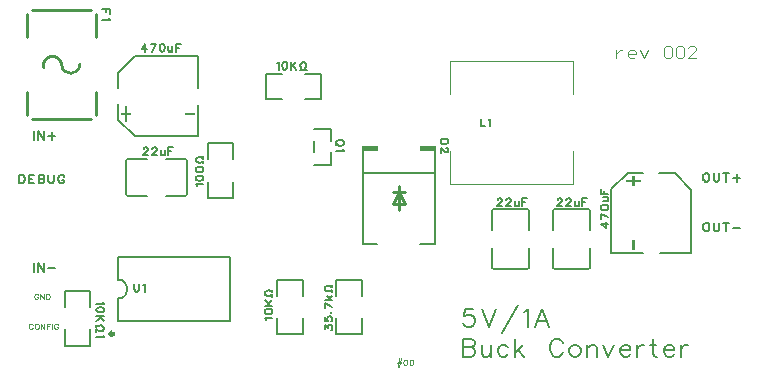
<source format=gto>
G04 Layer: TopSilkscreenLayer*
G04 EasyEDA Pro v2.2.45.4, 2025-12-20 17:50:56*
G04 Gerber Generator version 0.3*
G04 Scale: 100 percent, Rotated: No, Reflected: No*
G04 Dimensions in millimeters*
G04 Leading zeros omitted, absolute positions, 4 integers and 5 decimals*
G04 Generated by one-click*
%FSLAX45Y45*%
%MOMM*%
%ADD10C,0.2032*%
%ADD11C,0.1016*%
%ADD12C,0.0762*%
%ADD13C,0.1524*%
%ADD14C,0.11999*%
%ADD15C,0.254*%
%ADD16C,0.3040*%
%ADD17C,0.3*%
G75*


G04 Text Start*
G54D10*
G01X1300226Y-849122D02*
G01X1293622Y-852424D01*
G01X1286764Y-859028D01*
G01X1283462Y-865632D01*
G01X1280160Y-875792D01*
G01X1280160Y-892302D01*
G01X1283462Y-902462D01*
G01X1286764Y-909066D01*
G01X1293622Y-915670D01*
G01X1300226Y-918972D01*
G01X1313434Y-918972D01*
G01X1320292Y-915670D01*
G01X1326896Y-909066D01*
G01X1330198Y-902462D01*
G01X1333500Y-892302D01*
G01X1333500Y-875792D01*
G01X1330198Y-865632D01*
G01X1326896Y-859028D01*
G01X1320292Y-852424D01*
G01X1313434Y-849122D01*
G01X1300226Y-849122D01*
G01X1369822Y-849122D02*
G01X1369822Y-898906D01*
G01X1373124Y-909066D01*
G01X1379728Y-915670D01*
G01X1389888Y-918972D01*
G01X1396492Y-918972D01*
G01X1406398Y-915670D01*
G01X1413256Y-909066D01*
G01X1416558Y-898906D01*
G01X1416558Y-849122D01*
G01X1476248Y-849122D02*
G01X1476248Y-918972D01*
G01X1452880Y-849122D02*
G01X1499616Y-849122D01*
G01X1565910Y-859028D02*
G01X1565910Y-918972D01*
G01X1535938Y-889000D02*
G01X1595882Y-889000D01*
G01X1300226Y-1268222D02*
G01X1293622Y-1271524D01*
G01X1286764Y-1278128D01*
G01X1283462Y-1284732D01*
G01X1280160Y-1294892D01*
G01X1280160Y-1311402D01*
G01X1283462Y-1321562D01*
G01X1286764Y-1328166D01*
G01X1293622Y-1334770D01*
G01X1300226Y-1338072D01*
G01X1313434Y-1338072D01*
G01X1320292Y-1334770D01*
G01X1326896Y-1328166D01*
G01X1330198Y-1321562D01*
G01X1333500Y-1311402D01*
G01X1333500Y-1294892D01*
G01X1330198Y-1284732D01*
G01X1326896Y-1278128D01*
G01X1320292Y-1271524D01*
G01X1313434Y-1268222D01*
G01X1300226Y-1268222D01*
G01X1369822Y-1268222D02*
G01X1369822Y-1318006D01*
G01X1373124Y-1328166D01*
G01X1379728Y-1334770D01*
G01X1389888Y-1338072D01*
G01X1396492Y-1338072D01*
G01X1406398Y-1334770D01*
G01X1413256Y-1328166D01*
G01X1416558Y-1318006D01*
G01X1416558Y-1268222D01*
G01X1476248Y-1268222D02*
G01X1476248Y-1338072D01*
G01X1452880Y-1268222D02*
G01X1499616Y-1268222D01*
G01X1535938Y-1308100D02*
G01X1595882Y-1308100D01*
G01X-664210Y-1995170D02*
G01X-737108Y-1995170D01*
G01X-744474Y-2060956D01*
G01X-737108Y-2053590D01*
G01X-715264Y-2046224D01*
G01X-693420Y-2046224D01*
G01X-671576Y-2053590D01*
G01X-656844Y-2068322D01*
G01X-649478Y-2090166D01*
G01X-649478Y-2104644D01*
G01X-656844Y-2126742D01*
G01X-671576Y-2141220D01*
G01X-693420Y-2148586D01*
G01X-715264Y-2148586D01*
G01X-737108Y-2141220D01*
G01X-744474Y-2133854D01*
G01X-751840Y-2119376D01*
G01X-594106Y-1995170D02*
G01X-535686Y-2148586D01*
G01X-477266Y-1995170D02*
G01X-535686Y-2148586D01*
G01X-290322Y-1965960D02*
G01X-421894Y-2199640D01*
G01X-234950Y-2024380D02*
G01X-220218Y-2017014D01*
G01X-198374Y-1995170D01*
G01X-198374Y-2148586D01*
G01X-84582Y-1995170D02*
G01X-143002Y-2148586D01*
G01X-84582Y-1995170D02*
G01X-26162Y-2148586D01*
G01X-121158Y-2097532D02*
G01X-48006Y-2097532D01*
G01X-751840Y-2249170D02*
G01X-751840Y-2402586D01*
G01X-751840Y-2249170D02*
G01X-686054Y-2249170D01*
G01X-664210Y-2256536D01*
G01X-656844Y-2263902D01*
G01X-649478Y-2278380D01*
G01X-649478Y-2293112D01*
G01X-656844Y-2307590D01*
G01X-664210Y-2314956D01*
G01X-686054Y-2322322D01*
G01X-751840Y-2322322D02*
G01X-686054Y-2322322D01*
G01X-664210Y-2329434D01*
G01X-656844Y-2336800D01*
G01X-649478Y-2351532D01*
G01X-649478Y-2373376D01*
G01X-656844Y-2387854D01*
G01X-664210Y-2395220D01*
G01X-686054Y-2402586D01*
G01X-751840Y-2402586D01*
G01X-594106Y-2300224D02*
G01X-594106Y-2373376D01*
G01X-586740Y-2395220D01*
G01X-572262Y-2402586D01*
G01X-550164Y-2402586D01*
G01X-535686Y-2395220D01*
G01X-513842Y-2373376D01*
G01X-513842Y-2300224D02*
G01X-513842Y-2402586D01*
G01X-370840Y-2322322D02*
G01X-385318Y-2307590D01*
G01X-400050Y-2300224D01*
G01X-421894Y-2300224D01*
G01X-436626Y-2307590D01*
G01X-451104Y-2322322D01*
G01X-458470Y-2344166D01*
G01X-458470Y-2358644D01*
G01X-451104Y-2380742D01*
G01X-436626Y-2395220D01*
G01X-421894Y-2402586D01*
G01X-400050Y-2402586D01*
G01X-385318Y-2395220D01*
G01X-370840Y-2380742D01*
G01X-315468Y-2249170D02*
G01X-315468Y-2402586D01*
G01X-242316Y-2300224D02*
G01X-315468Y-2373376D01*
G01X-286258Y-2344166D02*
G01X-235204Y-2402586D01*
G01X93218Y-2285746D02*
G01X86106Y-2271014D01*
G01X71374Y-2256536D01*
G01X56896Y-2249170D01*
G01X27686Y-2249170D01*
G01X12954Y-2256536D01*
G01X-1524Y-2271014D01*
G01X-8890Y-2285746D01*
G01X-16256Y-2307590D01*
G01X-16256Y-2344166D01*
G01X-8890Y-2366010D01*
G01X-1524Y-2380742D01*
G01X12954Y-2395220D01*
G01X27686Y-2402586D01*
G01X56896Y-2402586D01*
G01X71374Y-2395220D01*
G01X86106Y-2380742D01*
G01X93218Y-2366010D01*
G01X185166Y-2300224D02*
G01X170434Y-2307590D01*
G01X155956Y-2322322D01*
G01X148590Y-2344166D01*
G01X148590Y-2358644D01*
G01X155956Y-2380742D01*
G01X170434Y-2395220D01*
G01X185166Y-2402586D01*
G01X207010Y-2402586D01*
G01X221742Y-2395220D01*
G01X236220Y-2380742D01*
G01X243586Y-2358644D01*
G01X243586Y-2344166D01*
G01X236220Y-2322322D01*
G01X221742Y-2307590D01*
G01X207010Y-2300224D01*
G01X185166Y-2300224D01*
G01X298958Y-2300224D02*
G01X298958Y-2402586D01*
G01X298958Y-2329434D02*
G01X320802Y-2307590D01*
G01X335534Y-2300224D01*
G01X357378Y-2300224D01*
G01X372110Y-2307590D01*
G01X379222Y-2329434D01*
G01X379222Y-2402586D01*
G01X434594Y-2300224D02*
G01X478536Y-2402586D01*
G01X522224Y-2300224D02*
G01X478536Y-2402586D01*
G01X577596Y-2344166D02*
G01X665226Y-2344166D01*
G01X665226Y-2329434D01*
G01X657860Y-2314956D01*
G01X650748Y-2307590D01*
G01X636016Y-2300224D01*
G01X614172Y-2300224D01*
G01X599440Y-2307590D01*
G01X584962Y-2322322D01*
G01X577596Y-2344166D01*
G01X577596Y-2358644D01*
G01X584962Y-2380742D01*
G01X599440Y-2395220D01*
G01X614172Y-2402586D01*
G01X636016Y-2402586D01*
G01X650748Y-2395220D01*
G01X665226Y-2380742D01*
G01X720598Y-2300224D02*
G01X720598Y-2402586D01*
G01X720598Y-2344166D02*
G01X727964Y-2322322D01*
G01X742442Y-2307590D01*
G01X757174Y-2300224D01*
G01X779018Y-2300224D01*
G01X856234Y-2249170D02*
G01X856234Y-2373376D01*
G01X863600Y-2395220D01*
G01X878332Y-2402586D01*
G01X892810Y-2402586D01*
G01X834390Y-2300224D02*
G01X885444Y-2300224D01*
G01X948182Y-2344166D02*
G01X1035812Y-2344166D01*
G01X1035812Y-2329434D01*
G01X1028446Y-2314956D01*
G01X1021334Y-2307590D01*
G01X1006602Y-2300224D01*
G01X984758Y-2300224D01*
G01X970026Y-2307590D01*
G01X955548Y-2322322D01*
G01X948182Y-2344166D01*
G01X948182Y-2358644D01*
G01X955548Y-2380742D01*
G01X970026Y-2395220D01*
G01X984758Y-2402586D01*
G01X1006602Y-2402586D01*
G01X1021334Y-2395220D01*
G01X1035812Y-2380742D01*
G01X1091184Y-2300224D02*
G01X1091184Y-2402586D01*
G01X1091184Y-2344166D02*
G01X1098550Y-2322322D01*
G01X1113028Y-2307590D01*
G01X1127760Y-2300224D01*
G01X1149604Y-2300224D01*
G01X-4384040Y-493522D02*
G01X-4384040Y-563372D01*
G01X-4347718Y-493522D02*
G01X-4347718Y-563372D01*
G01X-4347718Y-493522D02*
G01X-4300982Y-563372D01*
G01X-4300982Y-493522D02*
G01X-4300982Y-563372D01*
G01X-4234688Y-503428D02*
G01X-4234688Y-563372D01*
G01X-4264660Y-533400D02*
G01X-4204716Y-533400D01*
G01X-4384040Y-1611122D02*
G01X-4384040Y-1680972D01*
G01X-4347718Y-1611122D02*
G01X-4347718Y-1680972D01*
G01X-4347718Y-1611122D02*
G01X-4300982Y-1680972D01*
G01X-4300982Y-1611122D02*
G01X-4300982Y-1680972D01*
G01X-4264660Y-1651000D02*
G01X-4204716Y-1651000D01*
G54D11*
G01X546100Y160782D02*
G01X579882Y194818D01*
G01X579882Y194818D02*
G01X596900Y194818D01*
G01X546100Y127000D02*
G01X546100Y160782D01*
G01X546100Y160782D02*
G01X546100Y194818D01*
G01X664718Y127000D02*
G01X698500Y127000D01*
G01X647700Y144018D02*
G01X664718Y127000D01*
G01X647700Y177800D02*
G01X664718Y194818D01*
G01X664718Y194818D02*
G01X698500Y194818D01*
G01X698500Y194818D02*
G01X715518Y177800D01*
G01X715518Y160782D02*
G01X715518Y177800D01*
G01X647700Y160782D02*
G01X715518Y160782D01*
G01X647700Y144018D02*
G01X647700Y160782D01*
G01X647700Y160782D02*
G01X647700Y177800D01*
G01X783336Y127000D02*
G01X749300Y194818D01*
G01X783336Y127000D02*
G01X817118Y194818D01*
G01X952500Y211582D02*
G01X969518Y228600D01*
G01X952500Y144018D02*
G01X952500Y211582D01*
G01X952500Y144018D02*
G01X969518Y127000D01*
G01X969518Y127000D02*
G01X1003300Y127000D01*
G01X1003300Y127000D02*
G01X1020318Y144018D01*
G01X1020318Y144018D02*
G01X1020318Y211582D01*
G01X1003300Y228600D02*
G01X1020318Y211582D01*
G01X969518Y228600D02*
G01X1003300Y228600D01*
G01X1054100Y211582D02*
G01X1071118Y228600D01*
G01X1054100Y144018D02*
G01X1054100Y211582D01*
G01X1054100Y144018D02*
G01X1071118Y127000D01*
G01X1071118Y127000D02*
G01X1104900Y127000D01*
G01X1104900Y127000D02*
G01X1121918Y144018D01*
G01X1121918Y144018D02*
G01X1121918Y211582D01*
G01X1104900Y228600D02*
G01X1121918Y211582D01*
G01X1071118Y228600D02*
G01X1104900Y228600D01*
G01X1155700Y127000D02*
G01X1223518Y127000D01*
G01X1155700Y127000D02*
G01X1223518Y194818D01*
G01X1223518Y194818D02*
G01X1223518Y211582D01*
G01X1206500Y228600D02*
G01X1223518Y211582D01*
G01X1172718Y228600D02*
G01X1206500Y228600D01*
G01X1155700Y211582D02*
G01X1172718Y228600D01*
G54D12*
G01X-4396232Y-2131314D02*
G01X-4398518Y-2126996D01*
G01X-4402836Y-2122678D01*
G01X-4407154Y-2120646D01*
G01X-4415536Y-2120646D01*
G01X-4419854Y-2122678D01*
G01X-4424172Y-2126996D01*
G01X-4426458Y-2131314D01*
G01X-4428490Y-2137664D01*
G01X-4428490Y-2148332D01*
G01X-4426458Y-2154936D01*
G01X-4424172Y-2159254D01*
G01X-4419854Y-2163572D01*
G01X-4415536Y-2165604D01*
G01X-4407154Y-2165604D01*
G01X-4402836Y-2163572D01*
G01X-4398518Y-2159254D01*
G01X-4396232Y-2154936D01*
G01X-4365498Y-2120646D02*
G01X-4369816Y-2122678D01*
G01X-4374134Y-2126996D01*
G01X-4376166Y-2131314D01*
G01X-4378198Y-2137664D01*
G01X-4378198Y-2148332D01*
G01X-4376166Y-2154936D01*
G01X-4374134Y-2159254D01*
G01X-4369816Y-2163572D01*
G01X-4365498Y-2165604D01*
G01X-4356862Y-2165604D01*
G01X-4352544Y-2163572D01*
G01X-4348226Y-2159254D01*
G01X-4346194Y-2154936D01*
G01X-4343908Y-2148332D01*
G01X-4343908Y-2137664D01*
G01X-4346194Y-2131314D01*
G01X-4348226Y-2126996D01*
G01X-4352544Y-2122678D01*
G01X-4356862Y-2120646D01*
G01X-4365498Y-2120646D01*
G01X-4325874Y-2120646D02*
G01X-4325874Y-2165604D01*
G01X-4325874Y-2120646D02*
G01X-4295902Y-2165604D01*
G01X-4295902Y-2120646D02*
G01X-4295902Y-2165604D01*
G01X-4277868Y-2120646D02*
G01X-4277868Y-2165604D01*
G01X-4277868Y-2120646D02*
G01X-4250182Y-2120646D01*
G01X-4277868Y-2141982D02*
G01X-4260850Y-2141982D01*
G01X-4232148Y-2120646D02*
G01X-4232148Y-2165604D01*
G01X-4182110Y-2131314D02*
G01X-4184142Y-2126996D01*
G01X-4188460Y-2122678D01*
G01X-4192778Y-2120646D01*
G01X-4201414Y-2120646D01*
G01X-4205732Y-2122678D01*
G01X-4210050Y-2126996D01*
G01X-4212082Y-2131314D01*
G01X-4214114Y-2137664D01*
G01X-4214114Y-2148332D01*
G01X-4212082Y-2154936D01*
G01X-4210050Y-2159254D01*
G01X-4205732Y-2163572D01*
G01X-4201414Y-2165604D01*
G01X-4192778Y-2165604D01*
G01X-4188460Y-2163572D01*
G01X-4184142Y-2159254D01*
G01X-4182110Y-2154936D01*
G01X-4182110Y-2148332D01*
G01X-4192778Y-2148332D02*
G01X-4182110Y-2148332D01*
G01X-4349115Y-1877314D02*
G01X-4351401Y-1872996D01*
G01X-4355719Y-1868678D01*
G01X-4360037Y-1866646D01*
G01X-4368419Y-1866646D01*
G01X-4372737Y-1868678D01*
G01X-4377055Y-1872996D01*
G01X-4379341Y-1877314D01*
G01X-4381373Y-1883664D01*
G01X-4381373Y-1894332D01*
G01X-4379341Y-1900936D01*
G01X-4377055Y-1905254D01*
G01X-4372737Y-1909572D01*
G01X-4368419Y-1911604D01*
G01X-4360037Y-1911604D01*
G01X-4355719Y-1909572D01*
G01X-4351401Y-1905254D01*
G01X-4349115Y-1900936D01*
G01X-4349115Y-1894332D01*
G01X-4360037Y-1894332D02*
G01X-4349115Y-1894332D01*
G01X-4331081Y-1866646D02*
G01X-4331081Y-1911604D01*
G01X-4331081Y-1866646D02*
G01X-4301109Y-1911604D01*
G01X-4301109Y-1866646D02*
G01X-4301109Y-1911604D01*
G01X-4283075Y-1866646D02*
G01X-4283075Y-1911604D01*
G01X-4283075Y-1866646D02*
G01X-4268089Y-1866646D01*
G01X-4261739Y-1868678D01*
G01X-4257421Y-1872996D01*
G01X-4255389Y-1877314D01*
G01X-4253103Y-1883664D01*
G01X-4253103Y-1894332D01*
G01X-4255389Y-1900936D01*
G01X-4257421Y-1905254D01*
G01X-4261739Y-1909572D01*
G01X-4268089Y-1911604D01*
G01X-4283075Y-1911604D01*
G54D10*
G01X-4509262Y-861822D02*
G01X-4509262Y-931672D01*
G01X-4509262Y-861822D02*
G01X-4485894Y-861822D01*
G01X-4475988Y-865124D01*
G01X-4469130Y-871728D01*
G01X-4465828Y-878332D01*
G01X-4462526Y-888492D01*
G01X-4462526Y-905002D01*
G01X-4465828Y-915162D01*
G01X-4469130Y-921766D01*
G01X-4475988Y-928370D01*
G01X-4485894Y-931672D01*
G01X-4509262Y-931672D01*
G01X-4426204Y-861822D02*
G01X-4426204Y-931672D01*
G01X-4426204Y-861822D02*
G01X-4382770Y-861822D01*
G01X-4426204Y-895096D02*
G01X-4399534Y-895096D01*
G01X-4426204Y-931672D02*
G01X-4382770Y-931672D01*
G01X-4346448Y-861822D02*
G01X-4346448Y-931672D01*
G01X-4346448Y-861822D02*
G01X-4316476Y-861822D01*
G01X-4306316Y-865124D01*
G01X-4303014Y-868426D01*
G01X-4299712Y-875030D01*
G01X-4299712Y-881634D01*
G01X-4303014Y-888492D01*
G01X-4306316Y-891794D01*
G01X-4316476Y-895096D01*
G01X-4346448Y-895096D02*
G01X-4316476Y-895096D01*
G01X-4306316Y-898398D01*
G01X-4303014Y-901700D01*
G01X-4299712Y-908304D01*
G01X-4299712Y-918464D01*
G01X-4303014Y-925068D01*
G01X-4306316Y-928370D01*
G01X-4316476Y-931672D01*
G01X-4346448Y-931672D01*
G01X-4263390Y-861822D02*
G01X-4263390Y-911606D01*
G01X-4260088Y-921766D01*
G01X-4253484Y-928370D01*
G01X-4243324Y-931672D01*
G01X-4236720Y-931672D01*
G01X-4226814Y-928370D01*
G01X-4219956Y-921766D01*
G01X-4216654Y-911606D01*
G01X-4216654Y-861822D01*
G01X-4130294Y-878332D02*
G01X-4133596Y-871728D01*
G01X-4140200Y-865124D01*
G01X-4147058Y-861822D01*
G01X-4160266Y-861822D01*
G01X-4166870Y-865124D01*
G01X-4173728Y-871728D01*
G01X-4177030Y-878332D01*
G01X-4180332Y-888492D01*
G01X-4180332Y-905002D01*
G01X-4177030Y-915162D01*
G01X-4173728Y-921766D01*
G01X-4166870Y-928370D01*
G01X-4160266Y-931672D01*
G01X-4147058Y-931672D01*
G01X-4140200Y-928370D01*
G01X-4133596Y-921766D01*
G01X-4130294Y-915162D01*
G01X-4130294Y-905002D01*
G01X-4147058Y-905002D02*
G01X-4130294Y-905002D01*
G54D12*
G01X-1290701Y-2416810D02*
G01X-1305941Y-2485390D01*
G01X-1278001Y-2416810D02*
G01X-1292987Y-2485390D01*
G01X-1305941Y-2444750D02*
G01X-1275715Y-2444750D01*
G01X-1307973Y-2457450D02*
G01X-1278001Y-2457450D01*
G01X-1244981Y-2425446D02*
G01X-1249299Y-2427478D01*
G01X-1253617Y-2431796D01*
G01X-1255649Y-2436114D01*
G01X-1257681Y-2442464D01*
G01X-1257681Y-2453132D01*
G01X-1255649Y-2459736D01*
G01X-1253617Y-2464054D01*
G01X-1249299Y-2468372D01*
G01X-1244981Y-2470404D01*
G01X-1236345Y-2470404D01*
G01X-1232027Y-2468372D01*
G01X-1227709Y-2464054D01*
G01X-1225677Y-2459736D01*
G01X-1223391Y-2453132D01*
G01X-1223391Y-2442464D01*
G01X-1225677Y-2436114D01*
G01X-1227709Y-2431796D01*
G01X-1232027Y-2427478D01*
G01X-1236345Y-2425446D01*
G01X-1244981Y-2425446D01*
G01X-1205357Y-2425446D02*
G01X-1205357Y-2470404D01*
G01X-1205357Y-2425446D02*
G01X-1190371Y-2425446D01*
G01X-1184021Y-2427478D01*
G01X-1179703Y-2431796D01*
G01X-1177671Y-2436114D01*
G01X-1175385Y-2442464D01*
G01X-1175385Y-2453132D01*
G01X-1177671Y-2459736D01*
G01X-1179703Y-2464054D01*
G01X-1184021Y-2468372D01*
G01X-1190371Y-2470404D01*
G01X-1205357Y-2470404D01*
G54D13*
G01X413766Y-1279398D02*
G01X456946Y-1310386D01*
G01X456946Y-1263904D01*
G01X413766Y-1279398D02*
G01X478790Y-1279398D01*
G01X413766Y-1190498D02*
G01X478790Y-1221486D01*
G01X413766Y-1233678D02*
G01X413766Y-1190498D01*
G01X413766Y-1141730D02*
G01X416814Y-1151128D01*
G01X426212Y-1157224D01*
G01X441452Y-1160272D01*
G01X450850Y-1160272D01*
G01X466344Y-1157224D01*
G01X475742Y-1151128D01*
G01X478790Y-1141730D01*
G01X478790Y-1135634D01*
G01X475742Y-1126236D01*
G01X466344Y-1120140D01*
G01X450850Y-1117092D01*
G01X441452Y-1117092D01*
G01X426212Y-1120140D01*
G01X416814Y-1126236D01*
G01X413766Y-1135634D01*
G01X413766Y-1141730D01*
G01X435356Y-1086866D02*
G01X466344Y-1086866D01*
G01X475742Y-1083818D01*
G01X478790Y-1077722D01*
G01X478790Y-1068324D01*
G01X475742Y-1062228D01*
G01X466344Y-1052830D01*
G01X435356Y-1052830D02*
G01X478790Y-1052830D01*
G01X413766Y-1022604D02*
G01X478790Y-1022604D01*
G01X413766Y-1022604D02*
G01X413766Y-982472D01*
G01X444754Y-1022604D02*
G01X444754Y-997966D01*
G01X48768Y-1076960D02*
G01X48768Y-1073912D01*
G01X51816Y-1067562D01*
G01X55118Y-1064514D01*
G01X61214Y-1061466D01*
G01X73660Y-1061466D01*
G01X79756Y-1064514D01*
G01X82804Y-1067562D01*
G01X85852Y-1073912D01*
G01X85852Y-1080008D01*
G01X82804Y-1086104D01*
G01X76708Y-1095502D01*
G01X45720Y-1126490D01*
G01X89154Y-1126490D01*
G01X122428Y-1076960D02*
G01X122428Y-1073912D01*
G01X125476Y-1067562D01*
G01X128524Y-1064514D01*
G01X134620Y-1061466D01*
G01X147066Y-1061466D01*
G01X153416Y-1064514D01*
G01X156464Y-1067562D01*
G01X159512Y-1073912D01*
G01X159512Y-1080008D01*
G01X156464Y-1086104D01*
G01X150114Y-1095502D01*
G01X119380Y-1126490D01*
G01X162560Y-1126490D01*
G01X192786Y-1083056D02*
G01X192786Y-1114044D01*
G01X195834Y-1123442D01*
G01X201930Y-1126490D01*
G01X211328Y-1126490D01*
G01X217424Y-1123442D01*
G01X226822Y-1114044D01*
G01X226822Y-1083056D02*
G01X226822Y-1126490D01*
G01X257048Y-1061466D02*
G01X257048Y-1126490D01*
G01X257048Y-1061466D02*
G01X297180Y-1061466D01*
G01X257048Y-1092454D02*
G01X281686Y-1092454D01*
G01X-459232Y-1076960D02*
G01X-459232Y-1073912D01*
G01X-456184Y-1067562D01*
G01X-452882Y-1064514D01*
G01X-446786Y-1061466D01*
G01X-434340Y-1061466D01*
G01X-428244Y-1064514D01*
G01X-425196Y-1067562D01*
G01X-422148Y-1073912D01*
G01X-422148Y-1080008D01*
G01X-425196Y-1086104D01*
G01X-431292Y-1095502D01*
G01X-462280Y-1126490D01*
G01X-418846Y-1126490D01*
G01X-385572Y-1076960D02*
G01X-385572Y-1073912D01*
G01X-382524Y-1067562D01*
G01X-379476Y-1064514D01*
G01X-373380Y-1061466D01*
G01X-360934Y-1061466D01*
G01X-354584Y-1064514D01*
G01X-351536Y-1067562D01*
G01X-348488Y-1073912D01*
G01X-348488Y-1080008D01*
G01X-351536Y-1086104D01*
G01X-357886Y-1095502D01*
G01X-388620Y-1126490D01*
G01X-345440Y-1126490D01*
G01X-315214Y-1083056D02*
G01X-315214Y-1114044D01*
G01X-312166Y-1123442D01*
G01X-306070Y-1126490D01*
G01X-296672Y-1126490D01*
G01X-290576Y-1123442D01*
G01X-281178Y-1114044D01*
G01X-281178Y-1083056D02*
G01X-281178Y-1126490D01*
G01X-250952Y-1061466D02*
G01X-250952Y-1126490D01*
G01X-250952Y-1061466D02*
G01X-210820Y-1061466D01*
G01X-250952Y-1092454D02*
G01X-226314Y-1092454D01*
G01X-3441192Y246634D02*
G01X-3472180Y203454D01*
G01X-3425698Y203454D01*
G01X-3441192Y246634D02*
G01X-3441192Y181610D01*
G01X-3352292Y246634D02*
G01X-3383280Y181610D01*
G01X-3395472Y246634D02*
G01X-3352292Y246634D01*
G01X-3303524Y246634D02*
G01X-3312922Y243586D01*
G01X-3319018Y234188D01*
G01X-3322066Y218948D01*
G01X-3322066Y209550D01*
G01X-3319018Y194056D01*
G01X-3312922Y184658D01*
G01X-3303524Y181610D01*
G01X-3297428Y181610D01*
G01X-3288030Y184658D01*
G01X-3281934Y194056D01*
G01X-3278886Y209550D01*
G01X-3278886Y218948D01*
G01X-3281934Y234188D01*
G01X-3288030Y243586D01*
G01X-3297428Y246634D01*
G01X-3303524Y246634D01*
G01X-3248660Y225044D02*
G01X-3248660Y194056D01*
G01X-3245612Y184658D01*
G01X-3239516Y181610D01*
G01X-3230118Y181610D01*
G01X-3224022Y184658D01*
G01X-3214624Y194056D01*
G01X-3214624Y225044D02*
G01X-3214624Y181610D01*
G01X-3184398Y246634D02*
G01X-3184398Y181610D01*
G01X-3184398Y246634D02*
G01X-3144266Y246634D01*
G01X-3184398Y215646D02*
G01X-3159760Y215646D01*
G01X-3456432Y-645160D02*
G01X-3456432Y-642112D01*
G01X-3453384Y-635762D01*
G01X-3450082Y-632714D01*
G01X-3443986Y-629666D01*
G01X-3431540Y-629666D01*
G01X-3425444Y-632714D01*
G01X-3422396Y-635762D01*
G01X-3419348Y-642112D01*
G01X-3419348Y-648208D01*
G01X-3422396Y-654304D01*
G01X-3428492Y-663702D01*
G01X-3459480Y-694690D01*
G01X-3416046Y-694690D01*
G01X-3382772Y-645160D02*
G01X-3382772Y-642112D01*
G01X-3379724Y-635762D01*
G01X-3376676Y-632714D01*
G01X-3370580Y-629666D01*
G01X-3358134Y-629666D01*
G01X-3351784Y-632714D01*
G01X-3348736Y-635762D01*
G01X-3345688Y-642112D01*
G01X-3345688Y-648208D01*
G01X-3348736Y-654304D01*
G01X-3355086Y-663702D01*
G01X-3385820Y-694690D01*
G01X-3342640Y-694690D01*
G01X-3312414Y-651256D02*
G01X-3312414Y-682244D01*
G01X-3309366Y-691642D01*
G01X-3303270Y-694690D01*
G01X-3293872Y-694690D01*
G01X-3287776Y-691642D01*
G01X-3278378Y-682244D01*
G01X-3278378Y-651256D02*
G01X-3278378Y-694690D01*
G01X-3248152Y-629666D02*
G01X-3248152Y-694690D01*
G01X-3248152Y-629666D02*
G01X-3208020Y-629666D01*
G01X-3248152Y-660654D02*
G01X-3223514Y-660654D01*
G01X-1759966Y-584962D02*
G01X-1763014Y-578866D01*
G01X-1769110Y-572516D01*
G01X-1775460Y-569468D01*
G01X-1784604Y-566420D01*
G01X-1800098Y-566420D01*
G01X-1809496Y-569468D01*
G01X-1815592Y-572516D01*
G01X-1821942Y-578866D01*
G01X-1824990Y-584962D01*
G01X-1824990Y-597408D01*
G01X-1821942Y-603504D01*
G01X-1815592Y-609854D01*
G01X-1809496Y-612902D01*
G01X-1800098Y-615950D01*
G01X-1784604Y-615950D01*
G01X-1775460Y-612902D01*
G01X-1769110Y-609854D01*
G01X-1763014Y-603504D01*
G01X-1759966Y-597408D01*
G01X-1759966Y-584962D01*
G01X-1812544Y-594360D02*
G01X-1831086Y-612902D01*
G01X-1772412Y-646176D02*
G01X-1769110Y-652272D01*
G01X-1759966Y-661416D01*
G01X-1824990Y-661416D01*
G01X-3535680Y-1785366D02*
G01X-3535680Y-1831848D01*
G01X-3532632Y-1840992D01*
G01X-3526282Y-1847342D01*
G01X-3517138Y-1850390D01*
G01X-3510788Y-1850390D01*
G01X-3501644Y-1847342D01*
G01X-3495548Y-1840992D01*
G01X-3492246Y-1831848D01*
G01X-3492246Y-1785366D01*
G01X-3462020Y-1797812D02*
G01X-3455924Y-1794510D01*
G01X-3446780Y-1785366D01*
G01X-3446780Y-1850390D01*
G01X-2418588Y-2087880D02*
G01X-2421890Y-2081784D01*
G01X-2431034Y-2072386D01*
G01X-2366010Y-2072386D01*
G01X-2431034Y-2023618D02*
G01X-2427986Y-2033016D01*
G01X-2418588Y-2039112D01*
G01X-2403348Y-2042160D01*
G01X-2393950Y-2042160D01*
G01X-2378456Y-2039112D01*
G01X-2369058Y-2033016D01*
G01X-2366010Y-2023618D01*
G01X-2366010Y-2017522D01*
G01X-2369058Y-2008124D01*
G01X-2378456Y-2002028D01*
G01X-2393950Y-1998980D01*
G01X-2403348Y-1998980D01*
G01X-2418588Y-2002028D01*
G01X-2427986Y-2008124D01*
G01X-2431034Y-2017522D01*
G01X-2431034Y-2023618D01*
G01X-2431034Y-1968754D02*
G01X-2366010Y-1968754D01*
G01X-2431034Y-1925574D02*
G01X-2387854Y-1968754D01*
G01X-2403348Y-1953514D02*
G01X-2366010Y-1925574D01*
G01X-2366010Y-1895348D02*
G01X-2366010Y-1873758D01*
G01X-2375408Y-1880108D01*
G01X-2384552Y-1886204D01*
G01X-2393950Y-1889252D01*
G01X-2403348Y-1889252D01*
G01X-2412492Y-1886204D01*
G01X-2418588Y-1883156D01*
G01X-2424938Y-1876806D01*
G01X-2427986Y-1870710D01*
G01X-2427986Y-1858264D01*
G01X-2424938Y-1852168D01*
G01X-2418588Y-1845818D01*
G01X-2412492Y-1842770D01*
G01X-2403348Y-1839722D01*
G01X-2393950Y-1839722D01*
G01X-2384552Y-1842770D01*
G01X-2375408Y-1849120D01*
G01X-2366010Y-1855216D01*
G01X-2366010Y-1833626D01*
G01X-2329180Y81788D02*
G01X-2323084Y85090D01*
G01X-2313686Y94234D01*
G01X-2313686Y29210D01*
G01X-2264918Y94234D02*
G01X-2274316Y91186D01*
G01X-2280412Y81788D01*
G01X-2283460Y66548D01*
G01X-2283460Y57150D01*
G01X-2280412Y41656D01*
G01X-2274316Y32258D01*
G01X-2264918Y29210D01*
G01X-2258822Y29210D01*
G01X-2249424Y32258D01*
G01X-2243328Y41656D01*
G01X-2240280Y57150D01*
G01X-2240280Y66548D01*
G01X-2243328Y81788D01*
G01X-2249424Y91186D01*
G01X-2258822Y94234D01*
G01X-2264918Y94234D01*
G01X-2210054Y94234D02*
G01X-2210054Y29210D01*
G01X-2166874Y94234D02*
G01X-2210054Y51054D01*
G01X-2194814Y66548D02*
G01X-2166874Y29210D01*
G01X-2136648Y29210D02*
G01X-2115058Y29210D01*
G01X-2121408Y38608D01*
G01X-2127504Y47752D01*
G01X-2130552Y57150D01*
G01X-2130552Y66548D01*
G01X-2127504Y75692D01*
G01X-2124456Y81788D01*
G01X-2118106Y88138D01*
G01X-2112010Y91186D01*
G01X-2099564Y91186D01*
G01X-2093468Y88138D01*
G01X-2087118Y81788D01*
G01X-2084070Y75692D01*
G01X-2081022Y66548D01*
G01X-2081022Y57150D01*
G01X-2084070Y47752D01*
G01X-2090420Y38608D01*
G01X-2096516Y29210D01*
G01X-2074926Y29210D01*
G01X-1923034Y-2170684D02*
G01X-1923034Y-2136648D01*
G01X-1898396Y-2155190D01*
G01X-1898396Y-2145792D01*
G01X-1895348Y-2139696D01*
G01X-1892046Y-2136648D01*
G01X-1882902Y-2133346D01*
G01X-1876552Y-2133346D01*
G01X-1867408Y-2136648D01*
G01X-1861058Y-2142744D01*
G01X-1858010Y-2151888D01*
G01X-1858010Y-2161286D01*
G01X-1861058Y-2170684D01*
G01X-1864360Y-2173732D01*
G01X-1870456Y-2176780D01*
G01X-1923034Y-2066036D02*
G01X-1923034Y-2097024D01*
G01X-1895348Y-2100072D01*
G01X-1898396Y-2097024D01*
G01X-1901444Y-2087880D01*
G01X-1901444Y-2078482D01*
G01X-1898396Y-2069084D01*
G01X-1892046Y-2062988D01*
G01X-1882902Y-2059940D01*
G01X-1876552Y-2059940D01*
G01X-1867408Y-2062988D01*
G01X-1861058Y-2069084D01*
G01X-1858010Y-2078482D01*
G01X-1858010Y-2087880D01*
G01X-1861058Y-2097024D01*
G01X-1864360Y-2100072D01*
G01X-1870456Y-2103120D01*
G01X-1873504Y-2026666D02*
G01X-1870456Y-2029714D01*
G01X-1867408Y-2026666D01*
G01X-1870456Y-2023618D01*
G01X-1873504Y-2026666D01*
G01X-1923034Y-1950212D02*
G01X-1858010Y-1981200D01*
G01X-1923034Y-1993392D02*
G01X-1923034Y-1950212D01*
G01X-1923034Y-1919986D02*
G01X-1858010Y-1919986D01*
G01X-1901444Y-1889252D02*
G01X-1870456Y-1919986D01*
G01X-1882902Y-1907794D02*
G01X-1858010Y-1885950D01*
G01X-1858010Y-1855724D02*
G01X-1858010Y-1834134D01*
G01X-1867408Y-1840484D01*
G01X-1876552Y-1846580D01*
G01X-1885950Y-1849628D01*
G01X-1895348Y-1849628D01*
G01X-1904492Y-1846580D01*
G01X-1910588Y-1843532D01*
G01X-1916938Y-1837182D01*
G01X-1919986Y-1831086D01*
G01X-1919986Y-1818640D01*
G01X-1916938Y-1812544D01*
G01X-1910588Y-1806194D01*
G01X-1904492Y-1803146D01*
G01X-1895348Y-1800098D01*
G01X-1885950Y-1800098D01*
G01X-1876552Y-1803146D01*
G01X-1867408Y-1809496D01*
G01X-1858010Y-1815592D01*
G01X-1858010Y-1794002D01*
G01X-3002788Y-957580D02*
G01X-3006090Y-951484D01*
G01X-3015234Y-942086D01*
G01X-2950210Y-942086D01*
G01X-3015234Y-893318D02*
G01X-3012186Y-902716D01*
G01X-3002788Y-908812D01*
G01X-2987548Y-911860D01*
G01X-2978150Y-911860D01*
G01X-2962656Y-908812D01*
G01X-2953258Y-902716D01*
G01X-2950210Y-893318D01*
G01X-2950210Y-887222D01*
G01X-2953258Y-877824D01*
G01X-2962656Y-871728D01*
G01X-2978150Y-868680D01*
G01X-2987548Y-868680D01*
G01X-3002788Y-871728D01*
G01X-3012186Y-877824D01*
G01X-3015234Y-887222D01*
G01X-3015234Y-893318D01*
G01X-3015234Y-819912D02*
G01X-3012186Y-829310D01*
G01X-3002788Y-835406D01*
G01X-2987548Y-838454D01*
G01X-2978150Y-838454D01*
G01X-2962656Y-835406D01*
G01X-2953258Y-829310D01*
G01X-2950210Y-819912D01*
G01X-2950210Y-813816D01*
G01X-2953258Y-804418D01*
G01X-2962656Y-798322D01*
G01X-2978150Y-795274D01*
G01X-2987548Y-795274D01*
G01X-3002788Y-798322D01*
G01X-3012186Y-804418D01*
G01X-3015234Y-813816D01*
G01X-3015234Y-819912D01*
G01X-2950210Y-765048D02*
G01X-2950210Y-743458D01*
G01X-2959608Y-749808D01*
G01X-2968752Y-755904D01*
G01X-2978150Y-758952D01*
G01X-2987548Y-758952D01*
G01X-2996692Y-755904D01*
G01X-3002788Y-752856D01*
G01X-3009138Y-746506D01*
G01X-3012186Y-740410D01*
G01X-3012186Y-727964D01*
G01X-3009138Y-721868D01*
G01X-3002788Y-715518D01*
G01X-2996692Y-712470D01*
G01X-2987548Y-709422D01*
G01X-2978150Y-709422D01*
G01X-2968752Y-712470D01*
G01X-2959608Y-718820D01*
G01X-2950210Y-724916D01*
G01X-2950210Y-703326D01*
G01X-602333Y-386979D02*
G01X-602333Y-452003D01*
G01X-602333Y-452003D02*
G01X-565249Y-452003D01*
G01X-535023Y-399425D02*
G01X-528927Y-396123D01*
G01X-519783Y-386979D01*
G01X-519783Y-452003D01*
G01X-3741080Y538069D02*
G01X-3806104Y538069D01*
G01X-3741080Y538069D02*
G01X-3741080Y497937D01*
G01X-3772068Y538069D02*
G01X-3772068Y513177D01*
G01X-3753526Y467711D02*
G01X-3750224Y461615D01*
G01X-3741080Y452471D01*
G01X-3806104Y452471D01*
G01X-3804412Y-1938020D02*
G01X-3801110Y-1944116D01*
G01X-3791966Y-1953514D01*
G01X-3856990Y-1953514D01*
G01X-3791966Y-2002282D02*
G01X-3795014Y-1992884D01*
G01X-3804412Y-1986788D01*
G01X-3819652Y-1983740D01*
G01X-3829050Y-1983740D01*
G01X-3844544Y-1986788D01*
G01X-3853942Y-1992884D01*
G01X-3856990Y-2002282D01*
G01X-3856990Y-2008378D01*
G01X-3853942Y-2017776D01*
G01X-3844544Y-2023872D01*
G01X-3829050Y-2026920D01*
G01X-3819652Y-2026920D01*
G01X-3804412Y-2023872D01*
G01X-3795014Y-2017776D01*
G01X-3791966Y-2008378D01*
G01X-3791966Y-2002282D01*
G01X-3791966Y-2057146D02*
G01X-3856990Y-2057146D01*
G01X-3791966Y-2100326D02*
G01X-3835146Y-2057146D01*
G01X-3819652Y-2072386D02*
G01X-3856990Y-2100326D01*
G01X-3856990Y-2130552D02*
G01X-3856990Y-2152142D01*
G01X-3847592Y-2145792D01*
G01X-3838448Y-2139696D01*
G01X-3829050Y-2136648D01*
G01X-3819652Y-2136648D01*
G01X-3810508Y-2139696D01*
G01X-3804412Y-2142744D01*
G01X-3798062Y-2149094D01*
G01X-3795014Y-2155190D01*
G01X-3795014Y-2167636D01*
G01X-3798062Y-2173732D01*
G01X-3804412Y-2180082D01*
G01X-3810508Y-2183130D01*
G01X-3819652Y-2186178D01*
G01X-3829050Y-2186178D01*
G01X-3838448Y-2183130D01*
G01X-3847592Y-2176780D01*
G01X-3856990Y-2170684D01*
G01X-3856990Y-2192274D01*
G01X-3804412Y-2222500D02*
G01X-3801110Y-2228596D01*
G01X-3791966Y-2237740D01*
G01X-3856990Y-2237740D01*
G01X-877971Y-558090D02*
G01X-942995Y-558090D01*
G01X-877971Y-558090D02*
G01X-877971Y-579680D01*
G01X-881019Y-589078D01*
G01X-887115Y-595174D01*
G01X-893465Y-598222D01*
G01X-902609Y-601524D01*
G01X-918103Y-601524D01*
G01X-927501Y-598222D01*
G01X-933597Y-595174D01*
G01X-939947Y-589078D01*
G01X-942995Y-579680D01*
G01X-942995Y-558090D01*
G01X-893465Y-634798D02*
G01X-890417Y-634798D01*
G01X-884067Y-637846D01*
G01X-881019Y-640894D01*
G01X-877971Y-646990D01*
G01X-877971Y-659436D01*
G01X-881019Y-665786D01*
G01X-884067Y-668834D01*
G01X-890417Y-671882D01*
G01X-896513Y-671882D01*
G01X-902609Y-668834D01*
G01X-912007Y-662484D01*
G01X-942995Y-631750D01*
G01X-942995Y-674930D01*
G04 Text End*

G04 PolygonModel Start*
G01X768237Y-1519692D02*
G01X504598Y-1521696D01*
G01X504598Y-1521696D02*
G01X504598Y-986010D01*
G01X504598Y-986010D02*
G01X644044Y-846564D01*
G01X644044Y-846564D02*
G01X773584Y-847900D01*
G01X912933Y-1521079D02*
G01X1179780Y-1521747D01*
G01X1179780Y-1521747D02*
G01X1179780Y-986127D01*
G01X1179780Y-986127D02*
G01X1040167Y-846513D01*
G01X1040167Y-846513D02*
G01X910744Y-846513D01*
G36*
G01X700264Y-1494330D02*
G01X680465Y-1494330D01*
G01X680465Y-1415131D01*
G01X700264Y-1415131D01*
G01X700264Y-1494330D01*
G37*
G36*
G01X700264Y-873930D02*
G01X680465Y-873930D01*
G01X680465Y-953130D01*
G01X700264Y-953130D01*
G01X700264Y-873930D01*
G37*
G36*
G01X756362Y-903630D02*
G01X624364Y-903630D01*
G01X624364Y-923430D01*
G01X756362Y-923430D01*
G01X756362Y-903630D01*
G37*
G01X310008Y-1149388D02*
G01X24766Y-1149388D01*
G01X9526Y-1164628D02*
G01X9526Y-1328128D01*
G01X325248Y-1328128D02*
G01X325248Y-1164628D01*
G01X9526Y-1646867D02*
G01X9526Y-1483368D01*
G01X325248Y-1483368D02*
G01X325248Y-1646867D01*
G01X310008Y-1662107D02*
G01X24766Y-1662107D01*
G01X325248Y-1164628D02*
G03X310008Y-1149388I-15240J0D01*
G01X24766Y-1149388D02*
G03X9526Y-1164628I0J-15240D01*
G01X325248Y-1646867D02*
G02X310008Y-1662107I-15240J0D01*
G01X24766Y-1662107D02*
G02X9526Y-1646867I0J15240D01*
G01X-208050Y-1149388D02*
G01X-493292Y-1149388D01*
G01X-508532Y-1164628D02*
G01X-508532Y-1328128D01*
G01X-192810Y-1328128D02*
G01X-192810Y-1164628D01*
G01X-508532Y-1646867D02*
G01X-508532Y-1483368D01*
G01X-192810Y-1483368D02*
G01X-192810Y-1646867D01*
G01X-208050Y-1662107D02*
G01X-493292Y-1662107D01*
G01X-192810Y-1164628D02*
G03X-208050Y-1149388I-15240J0D01*
G01X-493292Y-1149388D02*
G03X-508532Y-1164628I0J-15240D01*
G01X-192810Y-1646867D02*
G02X-208050Y-1662107I-15240J0D01*
G01X-493292Y-1662107D02*
G02X-508532Y-1646867I0J15240D01*
G01X-2999233Y-271462D02*
G01X-2997229Y-535102D01*
G01X-2997229Y-535102D02*
G01X-3532915Y-535102D01*
G01X-3532915Y-535102D02*
G01X-3672361Y-395656D01*
G01X-3672361Y-395656D02*
G01X-3671025Y-266116D01*
G01X-2997846Y-126766D02*
G01X-2997178Y140081D01*
G01X-2997178Y140081D02*
G01X-3532798Y140081D01*
G01X-3532798Y140081D02*
G01X-3672412Y467D01*
G01X-3672412Y467D02*
G01X-3672412Y-128956D01*
G36*
G01X-3024595Y-339435D02*
G01X-3024595Y-359235D01*
G01X-3103795Y-359235D01*
G01X-3103795Y-339435D01*
G01X-3024595Y-339435D01*
G37*
G36*
G01X-3644995Y-339435D02*
G01X-3644995Y-359235D01*
G01X-3565796Y-359235D01*
G01X-3565796Y-339435D01*
G01X-3644995Y-339435D01*
G37*
G36*
G01X-3615295Y-283337D02*
G01X-3615295Y-415336D01*
G01X-3595496Y-415336D01*
G01X-3595496Y-283337D01*
G01X-3615295Y-283337D01*
G37*
G01X-3091360Y-1027824D02*
G01X-3091360Y-742582D01*
G01X-3106600Y-727342D02*
G01X-3270100Y-727342D01*
G01X-3270100Y-1043064D02*
G01X-3106600Y-1043064D01*
G01X-3588840Y-727342D02*
G01X-3425340Y-727342D01*
G01X-3425340Y-1043064D02*
G01X-3588840Y-1043064D01*
G01X-3604080Y-1027824D02*
G01X-3604080Y-742582D01*
G01X-3106600Y-1043064D02*
G03X-3091360Y-1027824I0J15240D01*
G01X-3091360Y-742582D02*
G03X-3106600Y-727342I-15240J0D01*
G01X-3588840Y-1043064D02*
G02X-3604080Y-1027824I0J15240D01*
G01X-3604080Y-742582D02*
G02X-3588840Y-727342I15240J0D01*
G01X-2015721Y-774921D02*
G01X-1870479Y-774921D01*
G01X-1870479Y-774921D02*
G01X-1870479Y-671759D01*
G01X-2015721Y-469679D02*
G01X-1870479Y-469679D01*
G01X-1870479Y-469679D02*
G01X-1870479Y-572841D01*
G01X-2015721Y-667840D02*
G01X-2015721Y-576760D01*
G01X-3673018Y-1908800D02*
G01X-3673018Y-2100941D01*
G01X-3673018Y-2100941D02*
G01X-2727780Y-2100941D01*
G01X-2727780Y-2100941D02*
G01X-2727780Y-1556662D01*
G01X-2727780Y-1556662D02*
G01X-3673018Y-1556662D01*
G01X-3673018Y-1556662D02*
G01X-3673018Y-1748800D01*
G01X-3673019Y-1908800D02*
G03X-3673019Y-1748800I0J80000D01*
G01X-2109845Y-1884385D02*
G01X-2109845Y-1748394D01*
G01X-2109845Y-1748394D02*
G01X-2325663Y-1748394D01*
G01X-2325663Y-1748394D02*
G01X-2325663Y-1884385D01*
G01X-2109845Y-2074626D02*
G01X-2109845Y-2210618D01*
G01X-2109845Y-2210618D02*
G01X-2325663Y-2210618D01*
G01X-2325663Y-2210618D02*
G01X-2325663Y-2074626D01*
G01X-2091847Y-219989D02*
G01X-1955856Y-219989D01*
G01X-1955856Y-219989D02*
G01X-1955856Y-4171D01*
G01X-1955856Y-4171D02*
G01X-2091847Y-4171D01*
G01X-2282088Y-219989D02*
G01X-2418080Y-219989D01*
G01X-2418080Y-219989D02*
G01X-2418080Y-4171D01*
G01X-2418080Y-4171D02*
G01X-2282088Y-4171D01*
G01X-1824427Y-2074626D02*
G01X-1824427Y-2210618D01*
G01X-1824427Y-2210618D02*
G01X-1608609Y-2210618D01*
G01X-1608609Y-2210618D02*
G01X-1608609Y-2074626D01*
G01X-1824427Y-1884385D02*
G01X-1824427Y-1748394D01*
G01X-1824427Y-1748394D02*
G01X-1608609Y-1748394D01*
G01X-1608609Y-1748394D02*
G01X-1608609Y-1884385D01*
G01X-2698791Y-730380D02*
G01X-2698791Y-594388D01*
G01X-2698791Y-594388D02*
G01X-2914609Y-594388D01*
G01X-2914609Y-594388D02*
G01X-2914609Y-730380D01*
G01X-2698791Y-920620D02*
G01X-2698791Y-1056612D01*
G01X-2698791Y-1056612D02*
G01X-2914609Y-1056612D01*
G01X-2914609Y-1056612D02*
G01X-2914609Y-920620D01*
G54D14*
G01X181306Y-178377D02*
G01X181306Y101531D01*
G01X181306Y101531D02*
G01X-858570Y101531D01*
G01X-858570Y101531D02*
G01X-858570Y-178377D01*
G01X181306Y-658437D02*
G01X181306Y-938345D01*
G01X181306Y-938345D02*
G01X-858570Y-938345D01*
G01X-858570Y-938345D02*
G01X-858570Y-658437D01*
G54D15*
G01X-3860714Y502989D02*
G01X-3860714Y302989D01*
G01X-3900714Y532989D02*
G01X-4400713Y532989D01*
G01X-4440712Y502989D02*
G01X-4440712Y302989D01*
G01X-3860714Y-157010D02*
G01X-3860714Y-357010D01*
G01X-3900714Y-387010D02*
G01X-4400713Y-387010D01*
G01X-4440712Y-157010D02*
G01X-4440712Y-357010D01*
G01X-3998313Y72989D02*
G02X-4150713Y72989I-76200J0D01*
G01X-4303113Y47589D02*
G02X-4150713Y72989I75500J16901D01*
G54D13*
G01X-4123677Y-2171149D02*
G01X-4123677Y-2307140D01*
G01X-4123677Y-2307140D02*
G01X-3907859Y-2307140D01*
G01X-3907859Y-2307140D02*
G01X-3907859Y-2171149D01*
G01X-4123677Y-1980908D02*
G01X-4123677Y-1844916D01*
G01X-4123677Y-1844916D02*
G01X-3907859Y-1844916D01*
G01X-3907859Y-1844916D02*
G01X-3907859Y-1980908D01*
G01X-992777Y-847214D02*
G01X-1598023Y-847214D01*
G54D15*
G01X-1295400Y-1003300D02*
G01X-1346200Y-1104900D01*
G01X-1346200Y-1104900D02*
G01X-1244600Y-1104900D01*
G01X-1244600Y-1104900D02*
G01X-1295400Y-1003300D01*
G01X-1295400Y-1003300D02*
G01X-1346200Y-1003300D01*
G01X-1346200Y-1003300D02*
G01X-1244600Y-1003300D01*
G01X-1295400Y-1155700D02*
G01X-1295400Y-952500D01*
G54D13*
G01X-992777Y-656481D02*
G01X-992777Y-1451719D01*
G01X-1598023Y-656481D02*
G01X-1598023Y-1451719D01*
G01X-992777Y-1451719D02*
G01X-1113079Y-1451719D01*
G01X-1598023Y-1451719D02*
G01X-1477721Y-1451719D01*
G36*
G01X-985159Y-664101D02*
G01X-1118159Y-664101D01*
G01X-1118159Y-618381D01*
G01X-985159Y-618381D01*
G01X-985159Y-664101D01*
G37*
G36*
G01X-1605641Y-664101D02*
G01X-1472641Y-664101D01*
G01X-1472641Y-618381D01*
G01X-1605641Y-618381D01*
G01X-1605641Y-664101D01*
G37*

G04 Circle Start*
G54D17*
G01X-3740658Y-2209038D02*
G03X-3710635Y-2209038I15011J0D01*
G03X-3740658Y-2209038I-15011J0D01*
G04 Circle End*

M02*


</source>
